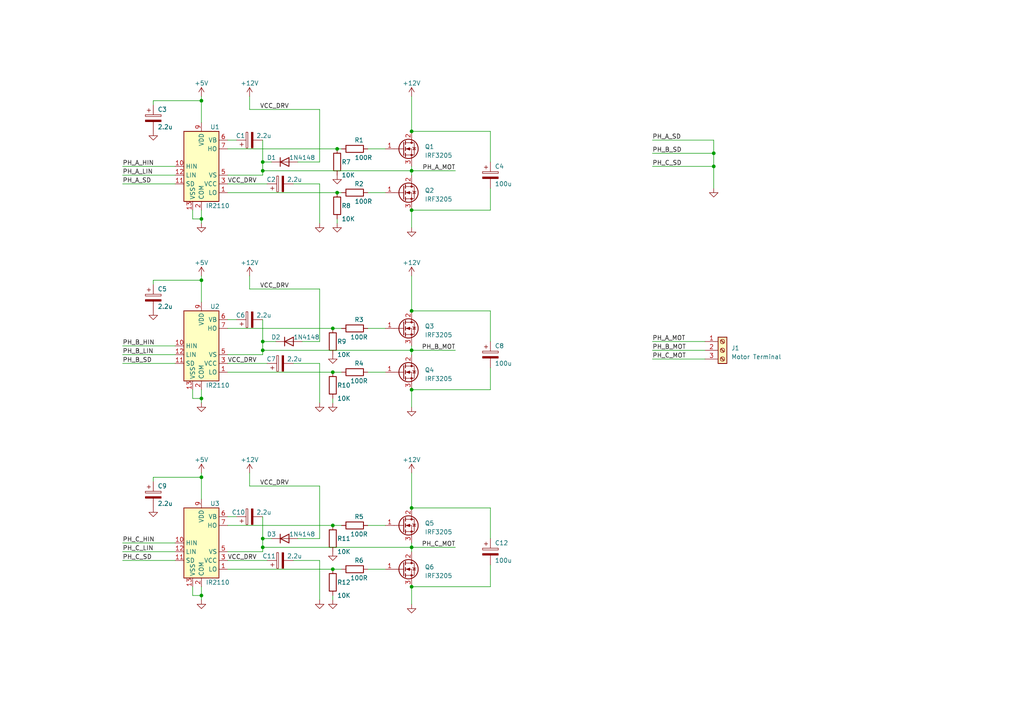
<source format=kicad_sch>
(kicad_sch (version 20230121) (generator eeschema)
  (paper "A4")
  (title_block (title "BLDC ESC: Driver and Bridge Section") (date "2023-11-09") (rev "0.1") (company "JIMS Innovations") (comment 1 "Designed by Jesutofunmi Kupoluyi"))
  (lib_symbols
    (symbol "Connector:Screw_Terminal_01x03" (pin_names (offset 1.016) hide)
      (property "Reference" "J" (at 0 5.08 0))
      (property "Value" "Screw_Terminal_01x03" (at 0 -5.08 0))
      (symbol "Screw_Terminal_01x03_1_1"
        (rectangle (start -1.27 3.81) (end 1.27 -3.81) (stroke (width 0.254)) (fill (type background)))
        (circle (center 0 -2.54) (radius 0.635) (stroke (width 0.1524)))
        (polyline (pts (xy -0.5334 -2.2098) (xy 0.3302 -3.048)) (stroke (width 0.1524)))
        (polyline (pts (xy -0.5334 0.3302) (xy 0.3302 -0.508)) (stroke (width 0.1524)))
        (polyline (pts (xy -0.5334 2.8702) (xy 0.3302 2.032)) (stroke (width 0.1524)))
        (polyline (pts (xy -0.3556 -2.032) (xy 0.508 -2.8702)) (stroke (width 0.1524)))
        (polyline (pts (xy -0.3556 0.508) (xy 0.508 -0.3302)) (stroke (width 0.1524)))
        (polyline (pts (xy -0.3556 3.048) (xy 0.508 2.2098)) (stroke (width 0.1524)))
        (circle (center 0 0) (radius 0.635) (stroke (width 0.1524)))
        (circle (center 0 2.54) (radius 0.635) (stroke (width 0.1524)))
        (pin passive line (at -5.08 2.54 0) (length 3.81) (name "Pin_1") (number "1"))
        (pin passive line (at -5.08 0 0) (length 3.81) (name "Pin_2") (number "2"))
        (pin passive line (at -5.08 -2.54 0) (length 3.81) (name "Pin_3") (number "3"))
      )
    )
    (symbol "Device:C_Polarized" (pin_numbers hide) (pin_names (offset 0.254))
      (property "Reference" "C" (at 0.635 2.54 0))
      (property "Value" "C_Polarized" (at 0.635 -2.54 0))
      (symbol "C_Polarized_0_1"
        (rectangle (start -2.286 0.508) (end 2.286 1.016))
        (polyline (pts (xy -1.778 2.286) (xy -0.762 2.286)))
        (polyline (pts (xy -1.27 2.794) (xy -1.27 1.778)))
        (rectangle (start 2.286 -0.508) (end -2.286 -1.016) (fill (type outline)))
      )
      (symbol "C_Polarized_1_1"
        (pin passive line (at 0 3.81 270) (length 2.794) (name "~") (number "1"))
        (pin passive line (at 0 -3.81 90) (length 2.794) (name "~") (number "2"))
      )
    )
    (symbol "Device:D" (pin_numbers hide) (pin_names (offset 1.016) hide)
      (property "Reference" "D" (at 0 2.54 0))
      (property "Value" "D" (at 0 -2.54 0))
      (symbol "D_0_1"
        (polyline (pts (xy -1.27 1.27) (xy -1.27 -1.27)) (stroke (width 0.254)))
        (polyline (pts (xy 1.27 0) (xy -1.27 0)))
        (polyline (pts (xy 1.27 1.27) (xy 1.27 -1.27) (xy -1.27 0) (xy 1.27 1.27)) (stroke (width 0.254)))
      )
      (symbol "D_1_1"
        (pin passive line (at -3.81 0 0) (length 2.54) (name "K") (number "1"))
        (pin passive line (at 3.81 0 180) (length 2.54) (name "A") (number "2"))
      )
    )
    (symbol "Device:R" (pin_numbers hide) (pin_names (offset 0))
      (property "Reference" "R" (at 2.032 0 90))
      (property "Value" "R" (at 0 0 90))
      (symbol "R_0_1"
        (rectangle (start -1.016 -2.54) (end 1.016 2.54) (stroke (width 0.254)))
      )
      (symbol "R_1_1"
        (pin passive line (at 0 3.81 270) (length 1.27) (name "~") (number "1"))
        (pin passive line (at 0 -3.81 90) (length 1.27) (name "~") (number "2"))
      )
    )
    (symbol "Driver_FET:IR2110"
      (property "Reference" "U" (at 1.27 13.335 0))
      (property "Value" "IR2110" (at 1.27 11.43 0))
      (symbol "IR2110_0_1"
        (rectangle (start -5.08 -10.16) (end 5.08 10.16) (stroke (width 0.254)) (fill (type background)))
      )
      (symbol "IR2110_1_1"
        (pin output line (at 7.62 -7.62 180) (length 2.54) (name "LO") (number "1"))
        (pin input line (at -7.62 0 0) (length 2.54) (name "HIN") (number "10"))
        (pin input line (at -7.62 -5.08 0) (length 2.54) (name "SD") (number "11"))
        (pin input line (at -7.62 -2.54 0) (length 2.54) (name "LIN") (number "12"))
        (pin power_in line (at -2.54 -12.7 90) (length 2.54) (name "VSS") (number "13"))
        (pin no_connect line (at -5.08 2.54 0) (length 2.54) hide (name "NC") (number "14"))
        (pin power_in line (at 0 -12.7 90) (length 2.54) (name "COM") (number "2"))
        (pin power_in line (at 7.62 -5.08 180) (length 2.54) (name "VCC") (number "3"))
        (pin no_connect line (at -5.08 7.62 0) (length 2.54) hide (name "NC") (number "4"))
        (pin passive line (at 7.62 -2.54 180) (length 2.54) (name "VS") (number "5"))
        (pin passive line (at 7.62 7.62 180) (length 2.54) (name "VB") (number "6"))
        (pin output line (at 7.62 5.08 180) (length 2.54) (name "HO") (number "7"))
        (pin no_connect line (at -5.08 5.08 0) (length 2.54) hide (name "NC") (number "8"))
        (pin power_in line (at 0 12.7 270) (length 2.54) (name "VDD") (number "9"))
      )
    )
    (symbol "Transistor_FET:IRF3205" (pin_names hide)
      (property "Reference" "Q" (at 6.35 1.905 0))
      (property "Value" "IRF3205" (at 6.35 0 0))
      (symbol "IRF3205_0_1"
        (polyline (pts (xy 0.254 0) (xy -2.54 0)))
        (polyline (pts (xy 0.254 1.905) (xy 0.254 -1.905)) (stroke (width 0.254)))
        (polyline (pts (xy 0.762 -1.27) (xy 0.762 -2.286)) (stroke (width 0.254)))
        (polyline (pts (xy 0.762 0.508) (xy 0.762 -0.508)) (stroke (width 0.254)))
        (polyline (pts (xy 0.762 2.286) (xy 0.762 1.27)) (stroke (width 0.254)))
        (polyline (pts (xy 2.54 2.54) (xy 2.54 1.778)))
        (polyline (pts (xy 2.54 -2.54) (xy 2.54 0) (xy 0.762 0)))
        (polyline (pts (xy 0.762 -1.778) (xy 3.302 -1.778) (xy 3.302 1.778) (xy 0.762 1.778)))
        (polyline (pts (xy 1.016 0) (xy 2.032 0.381) (xy 2.032 -0.381) (xy 1.016 0)) (fill (type outline)))
        (polyline (pts (xy 2.794 0.508) (xy 2.921 0.381) (xy 3.683 0.381) (xy 3.81 0.254)))
        (polyline (pts (xy 3.302 0.381) (xy 2.921 -0.254) (xy 3.683 -0.254) (xy 3.302 0.381)))
        (circle (center 1.651 0) (radius 2.794) (stroke (width 0.254)))
        (circle (center 2.54 -1.778) (radius 0.254) (fill (type outline)))
        (circle (center 2.54 1.778) (radius 0.254) (fill (type outline)))
      )
      (symbol "IRF3205_1_1"
        (pin input line (at -5.08 0 0) (length 2.54) (name "G") (number "1"))
        (pin passive line (at 2.54 5.08 270) (length 2.54) (name "D") (number "2"))
        (pin passive line (at 2.54 -5.08 90) (length 2.54) (name "S") (number "3"))
      )
    )
    (symbol "power:+12V" (power) (pin_names (offset 0))
      (property "Value" "+12V" (at 0 3.556 0))
      (symbol "+12V_0_1"
        (polyline (pts (xy -0.762 1.27) (xy 0 2.54)))
        (polyline (pts (xy 0 0) (xy 0 2.54)))
        (polyline (pts (xy 0 2.54) (xy 0.762 1.27)))
      )
      (symbol "+12V_1_1"
        (pin power_in line (at 0 0 90) (length 0) hide (name "+12V") (number "1"))
      )
    )
    (symbol "power:+5V" (power) (pin_names (offset 0))
      (property "Value" "+5V" (at 0 3.556 0))
      (symbol "+5V_0_1"
        (polyline (pts (xy -0.762 1.27) (xy 0 2.54)))
        (polyline (pts (xy 0 0) (xy 0 2.54)))
        (polyline (pts (xy 0 2.54) (xy 0.762 1.27)))
      )
      (symbol "+5V_1_1"
        (pin power_in line (at 0 0 90) (length 0) hide (name "+5V") (number "1"))
      )
    )
    (symbol "power:GND" (power) (pin_names (offset 0))
      (property "Value" "GND" (at 0 -3.81 0))
      (symbol "GND_0_1"
        (polyline (pts (xy 0 0) (xy 0 -1.27) (xy 1.27 -1.27) (xy 0 -2.54) (xy -1.27 -1.27) (xy 0 -1.27)))
      )
      (symbol "GND_1_1"
        (pin power_in line (at 0 0 270) (length 0) hide (name "GND") (number "1"))
      )
    )
  )
  (junction (at 76.2 46.99))
  (junction (at 119.38 49.53))
  (junction (at 76.2 99.06))
  (junction (at 119.38 113.03))
  (junction (at 58.42 172.72))
  (junction (at 97.79 55.88))
  (junction (at 207.01 44.45))
  (junction (at 76.2 49.53))
  (junction (at 58.42 115.57))
  (junction (at 119.38 60.96))
  (junction (at 58.42 63.5))
  (junction (at 96.52 95.25))
  (junction (at 76.2 156.21))
  (junction (at 119.38 147.32))
  (junction (at 96.52 165.1))
  (junction (at 97.79 43.18))
  (junction (at 119.38 170.18))
  (junction (at 96.52 152.4))
  (junction (at 207.01 48.26))
  (junction (at 58.42 81.28))
  (junction (at 58.42 29.21))
  (junction (at 76.2 158.75))
  (junction (at 58.42 138.43))
  (junction (at 76.2 101.6))
  (junction (at 119.38 38.1))
  (junction (at 119.38 90.17))
  (junction (at 96.52 107.95))
  (junction (at 119.38 101.6))
  (junction (at 119.38 158.75))
  (wire (pts (xy 44.45 82.55) (xy 44.45 81.28)))
  (wire (pts (xy 119.38 80.01) (xy 119.38 90.17)))
  (wire (pts (xy 66.04 40.64) (xy 68.58 40.64)))
  (wire (pts (xy 92.71 46.99) (xy 86.36 46.99)))
  (wire (pts (xy 55.88 60.96) (xy 55.88 63.5)))
  (wire (pts (xy 106.68 152.4) (xy 111.76 152.4)))
  (wire (pts (xy 85.09 162.56) (xy 92.71 162.56)))
  (wire (pts (xy 35.56 48.26) (xy 50.8 48.26)))
  (wire (pts (xy 44.45 138.43) (xy 58.42 138.43)))
  (wire (pts (xy 106.68 107.95) (xy 111.76 107.95)))
  (wire (pts (xy 66.04 92.71) (xy 68.58 92.71)))
  (wire (pts (xy 119.38 101.6) (xy 132.08 101.6)))
  (wire (pts (xy 76.2 49.53) (xy 119.38 49.53)))
  (wire (pts (xy 76.2 101.6) (xy 119.38 101.6)))
  (wire (pts (xy 72.39 80.01) (xy 72.39 83.82)))
  (wire (pts (xy 119.38 38.1) (xy 142.24 38.1)))
  (wire (pts (xy 55.88 113.03) (xy 55.88 115.57)))
  (wire (pts (xy 58.42 29.21) (xy 58.42 35.56)))
  (wire (pts (xy 119.38 157.48) (xy 119.38 158.75)))
  (wire (pts (xy 35.56 102.87) (xy 50.8 102.87)))
  (wire (pts (xy 92.71 105.41) (xy 92.71 116.84)))
  (wire (pts (xy 76.2 46.99) (xy 78.74 46.99)))
  (wire (pts (xy 55.88 172.72) (xy 58.42 172.72)))
  (wire (pts (xy 142.24 170.18) (xy 142.24 163.83)))
  (wire (pts (xy 76.2 99.06) (xy 76.2 101.6)))
  (wire (pts (xy 96.52 116.84) (xy 96.52 115.57)))
  (wire (pts (xy 58.42 60.96) (xy 58.42 63.5)))
  (wire (pts (xy 119.38 158.75) (xy 119.38 160.02)))
  (wire (pts (xy 119.38 147.32) (xy 142.24 147.32)))
  (wire (pts (xy 92.71 46.99) (xy 92.71 31.75)))
  (wire (pts (xy 189.23 101.6) (xy 204.47 101.6)))
  (wire (pts (xy 119.38 60.96) (xy 119.38 66.04)))
  (wire (pts (xy 142.24 90.17) (xy 142.24 99.06)))
  (wire (pts (xy 66.04 165.1) (xy 96.52 165.1)))
  (wire (pts (xy 96.52 152.4) (xy 99.06 152.4)))
  (wire (pts (xy 189.23 48.26) (xy 207.01 48.26)))
  (wire (pts (xy 72.39 27.94) (xy 72.39 31.75)))
  (wire (pts (xy 35.56 160.02) (xy 50.8 160.02)))
  (wire (pts (xy 189.23 104.14) (xy 204.47 104.14)))
  (wire (pts (xy 106.68 55.88) (xy 111.76 55.88)))
  (wire (pts (xy 119.38 90.17) (xy 142.24 90.17)))
  (wire (pts (xy 55.88 115.57) (xy 58.42 115.57)))
  (wire (pts (xy 76.2 156.21) (xy 76.2 158.75)))
  (wire (pts (xy 119.38 27.94) (xy 119.38 38.1)))
  (wire (pts (xy 97.79 55.88) (xy 99.06 55.88)))
  (wire (pts (xy 85.09 105.41) (xy 92.71 105.41)))
  (wire (pts (xy 119.38 170.18) (xy 142.24 170.18)))
  (wire (pts (xy 76.2 92.71) (xy 76.2 99.06)))
  (wire (pts (xy 58.42 115.57) (xy 58.42 116.84)))
  (wire (pts (xy 92.71 99.06) (xy 87.63 99.06)))
  (wire (pts (xy 76.2 40.64) (xy 76.2 46.99)))
  (wire (pts (xy 66.04 149.86) (xy 68.58 149.86)))
  (wire (pts (xy 119.38 113.03) (xy 119.38 118.11)))
  (wire (pts (xy 207.01 48.26) (xy 207.01 54.61)))
  (wire (pts (xy 142.24 38.1) (xy 142.24 46.99)))
  (wire (pts (xy 76.2 99.06) (xy 80.01 99.06)))
  (wire (pts (xy 44.45 30.48) (xy 44.45 29.21)))
  (wire (pts (xy 142.24 147.32) (xy 142.24 156.21)))
  (wire (pts (xy 106.68 165.1) (xy 111.76 165.1)))
  (wire (pts (xy 35.56 162.56) (xy 50.8 162.56)))
  (wire (pts (xy 66.04 53.34) (xy 77.47 53.34)))
  (wire (pts (xy 119.38 49.53) (xy 119.38 50.8)))
  (wire (pts (xy 66.04 55.88) (xy 97.79 55.88)))
  (wire (pts (xy 97.79 43.18) (xy 99.06 43.18)))
  (wire (pts (xy 92.71 156.21) (xy 86.36 156.21)))
  (wire (pts (xy 76.2 50.8) (xy 66.04 50.8)))
  (wire (pts (xy 119.38 48.26) (xy 119.38 49.53)))
  (wire (pts (xy 207.01 44.45) (xy 207.01 48.26)))
  (wire (pts (xy 35.56 50.8) (xy 50.8 50.8)))
  (wire (pts (xy 96.52 165.1) (xy 99.06 165.1)))
  (wire (pts (xy 119.38 101.6) (xy 119.38 102.87)))
  (wire (pts (xy 119.38 100.33) (xy 119.38 101.6)))
  (wire (pts (xy 106.68 95.25) (xy 111.76 95.25)))
  (wire (pts (xy 189.23 44.45) (xy 207.01 44.45)))
  (wire (pts (xy 119.38 113.03) (xy 142.24 113.03)))
  (wire (pts (xy 97.79 64.77) (xy 97.79 63.5)))
  (wire (pts (xy 35.56 157.48) (xy 50.8 157.48)))
  (wire (pts (xy 119.38 60.96) (xy 142.24 60.96)))
  (wire (pts (xy 92.71 53.34) (xy 92.71 64.77)))
  (wire (pts (xy 76.2 160.02) (xy 66.04 160.02)))
  (wire (pts (xy 189.23 99.06) (xy 204.47 99.06)))
  (wire (pts (xy 66.04 107.95) (xy 96.52 107.95)))
  (wire (pts (xy 119.38 49.53) (xy 132.08 49.53)))
  (wire (pts (xy 96.52 95.25) (xy 99.06 95.25)))
  (wire (pts (xy 78.74 156.21) (xy 76.2 156.21)))
  (wire (pts (xy 58.42 63.5) (xy 58.42 64.77)))
  (wire (pts (xy 76.2 158.75) (xy 76.2 160.02)))
  (wire (pts (xy 119.38 158.75) (xy 132.08 158.75)))
  (wire (pts (xy 66.04 95.25) (xy 96.52 95.25)))
  (wire (pts (xy 58.42 27.94) (xy 58.42 29.21)))
  (wire (pts (xy 44.45 139.7) (xy 44.45 138.43)))
  (wire (pts (xy 72.39 83.82) (xy 92.71 83.82)))
  (wire (pts (xy 55.88 170.18) (xy 55.88 172.72)))
  (wire (pts (xy 44.45 81.28) (xy 58.42 81.28)))
  (wire (pts (xy 35.56 105.41) (xy 50.8 105.41)))
  (wire (pts (xy 58.42 172.72) (xy 58.42 173.99)))
  (wire (pts (xy 58.42 170.18) (xy 58.42 172.72)))
  (wire (pts (xy 66.04 162.56) (xy 77.47 162.56)))
  (wire (pts (xy 92.71 156.21) (xy 92.71 140.97)))
  (wire (pts (xy 66.04 152.4) (xy 96.52 152.4)))
  (wire (pts (xy 142.24 60.96) (xy 142.24 54.61)))
  (wire (pts (xy 72.39 31.75) (xy 92.71 31.75)))
  (wire (pts (xy 142.24 113.03) (xy 142.24 106.68)))
  (wire (pts (xy 96.52 107.95) (xy 99.06 107.95)))
  (wire (pts (xy 119.38 170.18) (xy 119.38 175.26)))
  (wire (pts (xy 96.52 173.99) (xy 96.52 172.72)))
  (wire (pts (xy 44.45 29.21) (xy 58.42 29.21)))
  (wire (pts (xy 58.42 113.03) (xy 58.42 115.57)))
  (wire (pts (xy 72.39 140.97) (xy 92.71 140.97)))
  (wire (pts (xy 66.04 43.18) (xy 97.79 43.18)))
  (wire (pts (xy 35.56 100.33) (xy 50.8 100.33)))
  (wire (pts (xy 58.42 137.16) (xy 58.42 138.43)))
  (wire (pts (xy 58.42 80.01) (xy 58.42 81.28)))
  (wire (pts (xy 76.2 46.99) (xy 76.2 49.53)))
  (wire (pts (xy 66.04 105.41) (xy 77.47 105.41)))
  (wire (pts (xy 76.2 101.6) (xy 76.2 102.87)))
  (wire (pts (xy 58.42 81.28) (xy 58.42 87.63)))
  (wire (pts (xy 189.23 40.64) (xy 207.01 40.64)))
  (wire (pts (xy 207.01 40.64) (xy 207.01 44.45)))
  (wire (pts (xy 92.71 162.56) (xy 92.71 173.99)))
  (wire (pts (xy 76.2 149.86) (xy 76.2 156.21)))
  (wire (pts (xy 35.56 53.34) (xy 50.8 53.34)))
  (wire (pts (xy 106.68 43.18) (xy 111.76 43.18)))
  (wire (pts (xy 76.2 102.87) (xy 66.04 102.87)))
  (wire (pts (xy 72.39 137.16) (xy 72.39 140.97)))
  (wire (pts (xy 92.71 99.06) (xy 92.71 83.82)))
  (wire (pts (xy 55.88 63.5) (xy 58.42 63.5)))
  (wire (pts (xy 85.09 53.34) (xy 92.71 53.34)))
  (wire (pts (xy 76.2 158.75) (xy 119.38 158.75)))
  (wire (pts (xy 76.2 49.53) (xy 76.2 50.8)))
  (wire (pts (xy 119.38 137.16) (xy 119.38 147.32)))
  (wire (pts (xy 58.42 138.43) (xy 58.42 144.78)))
  (label "VCC_DRV" (at 83.82 140.97 180))
  (label "PH_C_SD" (at 189.23 48.26 0))
  (label "PH_A_SD" (at 35.56 53.34 0))
  (label "VCC_DRV" (at 66.04 53.34 0))
  (label "PH_B_SD" (at 189.23 44.45 0))
  (label "PH_C_MOT" (at 189.23 104.14 0))
  (label "PH_B_SD" (at 35.56 105.41 0))
  (label "PH_C_SD" (at 35.56 162.56 0))
  (label "PH_B_MOT" (at 189.23 101.6 0))
  (label "PH_B_LIN" (at 35.56 102.87 0))
  (label "PH_A_LIN" (at 35.56 50.8 0))
  (label "VCC_DRV" (at 66.04 105.41 0))
  (label "PH_A_SD" (at 189.23 40.64 0))
  (label "VCC_DRV" (at 66.04 162.56 0))
  (label "PH_C_MOT" (at 132.08 158.75 180))
  (label "PH_A_MOT" (at 132.08 49.53 180))
  (label "PH_A_MOT" (at 189.23 99.06 0))
  (label "PH_C_LIN" (at 35.56 160.02 0))
  (label "VCC_DRV" (at 83.82 83.82 180))
  (label "PH_B_MOT" (at 132.08 101.6 180))
  (label "PH_A_HIN" (at 35.56 48.26 0))
  (label "PH_C_HIN" (at 35.56 157.48 0))
  (label "VCC_DRV" (at 83.82 31.75 180))
  (label "PH_B_HIN" (at 35.56 100.33 0))
  (symbol (lib_id "Device:R") (at 96.52 111.76 180) (unit 1)
    (property "Reference" "R10" (at 97.79 111.76 0) (effects (justify right)))
    (property "Value" "10K" (at 97.79 115.57 0) (effects (justify right)))
    (property "Footprint" "Resistor_THT:R_Axial_DIN0207_L6.3mm_D2.5mm_P10.16mm_Horizontal" (effects hide))
    (instances (project "BLDC ESC" (path "" (reference "R10") (unit 1)) (path "" (reference "R2") (unit 1))))
  )
  (symbol (lib_id "Driver_FET:IR2110") (at 58.42 100.33 0) (unit 1)
    (property "Reference" "U2" (at 60.96 88.9 0) (effects (justify left)))
    (property "Value" "IR2110" (at 59.69 111.76 0) (effects (justify left)))
    (property "Footprint" "Package_DIP:DIP-14_W7.62mm" (effects hide))
    (property "Datasheet" "https://www.infineon.com/dgdl/ir2110.pdf?fileId=5546d462533600a4015355c80333167e" (effects hide))
  )
  (symbol (lib_id "Transistor_FET:IRF3205") (at 116.84 165.1 0) (unit 1)
    (property "Reference" "Q6" (at 123.19 164.465 0) (effects (justify left)))
    (property "Value" "IRF3205" (at 123.19 167.005 0) (effects (justify left)))
    (property "Footprint" "Package_TO_SOT_THT:TO-220-3_Horizontal_TabDown" (effects hide))
    (property "Datasheet" "http://www.irf.com/product-info/datasheets/data/irf3205.pdf" (effects hide))
  )
  (symbol (lib_id "Device:C_Polarized") (at 44.45 143.51 0) (unit 1)
    (property "Reference" "C9" (at 45.72 140.97 0) (effects (justify left)))
    (property "Value" "2.2u" (at 45.72 146.05 0) (effects (justify left)))
    (property "Footprint" "Capacitor_THT:CP_Radial_D5.0mm_P2.00mm" (effects hide))
    (instances (project "BLDC ESC" (path "" (reference "C9") (unit 1)) (path "" (reference "C3") (unit 1))))
  )
  (symbol (lib_id "power:GND") (at 44.45 90.17 0) (unit 1)
    (property "Reference" "#PWR06" (effects hide))
    (property "Value" "GND" (effects hide))
    (instances (project "BLDC ESC" (path "" (reference "#PWR06") (unit 1)) (path "" (reference "#PWR02") (unit 1))))
  )
  (symbol (lib_id "Device:R") (at 97.79 46.99 180) (unit 1)
    (property "Reference" "R7" (at 99.06 46.99 0) (effects (justify right)))
    (property "Value" "10K" (at 99.06 50.8 0) (effects (justify right)))
    (property "Footprint" "Resistor_THT:R_Axial_DIN0207_L6.3mm_D2.5mm_P10.16mm_Horizontal" (effects hide))
    (instances (project "BLDC ESC" (path "" (reference "R7") (unit 1)) (path "" (reference "R5") (unit 1))))
  )
  (symbol (lib_id "Device:C_Polarized") (at 142.24 102.87 0) (unit 1)
    (property "Reference" "C8" (at 143.51 100.33 0) (effects (justify left)))
    (property "Value" "100u" (at 143.51 105.41 0) (effects (justify left)))
    (property "Footprint" "Capacitor_THT:CP_Radial_D10.0mm_P5.00mm" (effects hide))
    (instances (project "BLDC ESC" (path "" (reference "C8") (unit 1)) (path "" (reference "C11") (unit 1))))
  )
  (symbol (lib_id "Transistor_FET:IRF3205") (at 116.84 43.18 0) (unit 1)
    (property "Reference" "Q1" (at 123.19 42.545 0) (effects (justify left)))
    (property "Value" "IRF3205" (at 123.19 45.085 0) (effects (justify left)))
    (property "Footprint" "Package_TO_SOT_THT:TO-220-3_Horizontal_TabDown" (effects hide))
    (property "Datasheet" "http://www.irf.com/product-info/datasheets/data/irf3205.pdf" (effects hide))
  )
  (symbol (lib_id "Device:R") (at 102.87 152.4 90) (unit 1)
    (property "Reference" "R5" (at 104.14 149.86 90))
    (property "Value" "100R" (at 104.14 154.94 90))
    (property "Footprint" "Resistor_THT:R_Axial_DIN0207_L6.3mm_D2.5mm_P10.16mm_Horizontal" (effects hide))
    (instances (project "BLDC ESC" (path "" (reference "R5") (unit 1)) (path "" (reference "R11") (unit 1))))
  )
  (symbol (lib_id "power:+12V") (at 72.39 137.16 0) (unit 1)
    (property "Reference" "#PWR014" (effects hide))
    (property "Value" "+12V" (at 72.39 133.35 0))
    (instances (project "BLDC ESC" (path "" (reference "#PWR014") (unit 1)) (path "" (reference "#PWR013") (unit 1))))
  )
  (symbol (lib_id "power:+12V") (at 119.38 80.01 0) (unit 1)
    (property "Reference" "#PWR023" (effects hide))
    (property "Value" "+12V" (at 119.38 76.2 0))
    (instances (project "BLDC ESC" (path "" (reference "#PWR023") (unit 1)) (path "" (reference "#PWR025") (unit 1))))
  )
  (symbol (lib_id "power:+5V") (at 58.42 27.94 0) (unit 1)
    (property "Reference" "#PWR01" (effects hide))
    (property "Value" "+5V" (at 58.42 24.13 0))
    (instances (project "BLDC ESC" (path "" (reference "#PWR01") (unit 1)) (path "" (reference "#PWR05") (unit 1))))
  )
  (symbol (lib_id "Connector:Screw_Terminal_01x03") (at 209.55 101.6 0) (unit 1)
    (property "Reference" "J1" (at 212.09 100.965 0) (effects (justify left)))
    (property "Value" "Motor Terminal" (at 212.09 103.505 0) (effects (justify left)))
    (property "Footprint" "TerminalBlock_Altech:Altech_AK300_1x03_P5.00mm_45-Degree" (effects hide))
  )
  (symbol (lib_id "Device:C_Polarized") (at 142.24 50.8 0) (unit 1)
    (property "Reference" "C4" (at 143.51 48.26 0) (effects (justify left)))
    (property "Value" "100u" (at 143.51 53.34 0) (effects (justify left)))
    (property "Footprint" "Capacitor_THT:CP_Radial_D10.0mm_P5.00mm" (effects hide))
    (instances (project "BLDC ESC" (path "" (reference "C4") (unit 1)) (path "" (reference "C10") (unit 1))))
  )
  (symbol (lib_id "Device:C_Polarized") (at 44.45 34.29 0) (unit 1)
    (property "Reference" "C3" (at 45.72 31.75 0) (effects (justify left)))
    (property "Value" "2.2u" (at 45.72 36.83 0) (effects (justify left)))
    (property "Footprint" "Capacitor_THT:CP_Radial_D5.0mm_P2.00mm" (effects hide))
    (instances (project "BLDC ESC" (path "" (reference "C3") (unit 1)) (path "" (reference "C1") (unit 1))))
  )
  (symbol (lib_id "power:+12V") (at 72.39 80.01 0) (unit 1)
    (property "Reference" "#PWR09" (effects hide))
    (property "Value" "+12V" (at 72.39 76.2 0))
    (instances (project "BLDC ESC" (path "" (reference "#PWR09") (unit 1)) (path "" (reference "#PWR012") (unit 1))))
  )
  (symbol (lib_id "Device:C_Polarized") (at 72.39 40.64 90) (unit 1)
    (property "Reference" "C1" (at 71.12 39.37 90) (effects (justify left)))
    (property "Value" "2.2u" (at 78.74 39.37 90) (effects (justify left)))
    (property "Footprint" "Capacitor_THT:CP_Radial_D5.0mm_P2.00mm" (effects hide))
    (instances (project "BLDC ESC" (path "" (reference "C1") (unit 1)) (path "" (reference "C4") (unit 1))))
  )
  (symbol (lib_id "Transistor_FET:IRF3205") (at 116.84 107.95 0) (unit 1)
    (property "Reference" "Q4" (at 123.19 107.315 0) (effects (justify left)))
    (property "Value" "IRF3205" (at 123.19 109.855 0) (effects (justify left)))
    (property "Footprint" "Package_TO_SOT_THT:TO-220-3_Horizontal_TabDown" (effects hide))
    (property "Datasheet" "http://www.irf.com/product-info/datasheets/data/irf3205.pdf" (effects hide))
  )
  (symbol (lib_id "power:GND") (at 96.52 102.87 0) (unit 1)
    (property "Reference" "#PWR018" (effects hide))
    (property "Value" "GND" (effects hide))
    (instances (project "BLDC ESC" (path "" (reference "#PWR018") (unit 1)) (path "" (reference "#PWR017") (unit 1))))
  )
  (symbol (lib_id "Device:C_Polarized") (at 81.28 162.56 90) (unit 1)
    (property "Reference" "C11" (at 80.01 161.29 90) (effects (justify left)))
    (property "Value" "2.2u" (at 87.63 161.29 90) (effects (justify left)))
    (property "Footprint" "Capacitor_THT:CP_Radial_D5.0mm_P2.00mm" (effects hide))
    (instances (project "BLDC ESC" (path "" (reference "C11") (unit 1)) (path "" (reference "C9") (unit 1))))
  )
  (symbol (lib_id "power:GND") (at 92.71 64.77 0) (unit 1)
    (property "Reference" "#PWR03" (effects hide))
    (property "Value" "GND" (effects hide))
    (instances (project "BLDC ESC" (path "" (reference "#PWR03") (unit 1)) (path "" (reference "#PWR014") (unit 1))))
  )
  (symbol (lib_id "Device:R") (at 97.79 59.69 180) (unit 1)
    (property "Reference" "R8" (at 99.06 59.69 0) (effects (justify right)))
    (property "Value" "10K" (at 99.06 63.5 0) (effects (justify right)))
    (property "Footprint" "Resistor_THT:R_Axial_DIN0207_L6.3mm_D2.5mm_P10.16mm_Horizontal" (effects hide))
    (instances (project "BLDC ESC" (path "" (reference "R8") (unit 1)) (path "" (reference "R6") (unit 1))))
  )
  (symbol (lib_id "power:GND") (at 119.38 66.04 0) (unit 1)
    (property "Reference" "#PWR025" (effects hide))
    (property "Value" "GND" (effects hide))
    (instances (project "BLDC ESC" (path "" (reference "#PWR025") (unit 1)) (path "" (reference "#PWR024") (unit 1))))
  )
  (symbol (lib_id "power:GND") (at 58.42 173.99 0) (unit 1)
    (property "Reference" "#PWR013" (effects hide))
    (property "Value" "GND" (effects hide))
    (instances (project "BLDC ESC" (path "" (reference "#PWR013") (unit 1)) (path "" (reference "#PWR010") (unit 1))))
  )
  (symbol (lib_id "power:GND") (at 119.38 118.11 0) (unit 1)
    (property "Reference" "#PWR022" (effects hide))
    (property "Value" "GND" (effects hide))
    (instances (project "BLDC ESC" (path "" (reference "#PWR022") (unit 1)) (path "" (reference "#PWR026") (unit 1))))
  )
  (symbol (lib_id "Device:C_Polarized") (at 142.24 160.02 0) (unit 1)
    (property "Reference" "C12" (at 143.51 157.48 0) (effects (justify left)))
    (property "Value" "100u" (at 143.51 162.56 0) (effects (justify left)))
    (property "Footprint" "Capacitor_THT:CP_Radial_D10.0mm_P5.00mm" (effects hide))
  )
  (symbol (lib_id "Device:R") (at 102.87 165.1 90) (unit 1)
    (property "Reference" "R6" (at 104.14 162.56 90))
    (property "Value" "100R" (at 104.14 167.64 90))
    (property "Footprint" "Resistor_THT:R_Axial_DIN0207_L6.3mm_D2.5mm_P10.16mm_Horizontal" (effects hide))
    (instances (project "BLDC ESC" (path "" (reference "R6") (unit 1)) (path "" (reference "R12") (unit 1))))
  )
  (symbol (lib_id "Device:D") (at 82.55 46.99 0) (unit 1)
    (property "Reference" "D1" (at 78.74 45.72 0))
    (property "Value" "1N4148" (at 87.63 45.72 0))
    (property "Footprint" "Diode_THT:D_A-405_P10.16mm_Horizontal" (effects hide))
    (property "Sim.Device" "D" (effects hide))
    (property "Sim.Pins" "1=K 2=A" (effects hide))
  )
  (symbol (lib_id "power:GND") (at 96.52 116.84 0) (unit 1)
    (property "Reference" "#PWR019" (effects hide))
    (property "Value" "GND" (effects hide))
    (instances (project "BLDC ESC" (path "" (reference "#PWR019") (unit 1)) (path "" (reference "#PWR018") (unit 1))))
  )
  (symbol (lib_id "Device:R") (at 102.87 43.18 90) (unit 1)
    (property "Reference" "R1" (at 104.14 40.64 90))
    (property "Value" "100R" (at 105.41 45.72 90))
    (property "Footprint" "Resistor_THT:R_Axial_DIN0207_L6.3mm_D2.5mm_P10.16mm_Horizontal" (effects hide))
    (instances (project "BLDC ESC" (path "" (reference "R1") (unit 1)) (path "" (reference "R7") (unit 1))))
  )
  (symbol (lib_id "Device:R") (at 96.52 156.21 180) (unit 1)
    (property "Reference" "R11" (at 97.79 156.21 0) (effects (justify right)))
    (property "Value" "10K" (at 97.79 160.02 0) (effects (justify right)))
    (property "Footprint" "Resistor_THT:R_Axial_DIN0207_L6.3mm_D2.5mm_P10.16mm_Horizontal" (effects hide))
    (instances (project "BLDC ESC" (path "" (reference "R11") (unit 1)) (path "" (reference "R3") (unit 1))))
  )
  (symbol (lib_id "Device:R") (at 96.52 168.91 180) (unit 1)
    (property "Reference" "R12" (at 97.79 168.91 0) (effects (justify right)))
    (property "Value" "10K" (at 97.79 172.72 0) (effects (justify right)))
    (property "Footprint" "Resistor_THT:R_Axial_DIN0207_L6.3mm_D2.5mm_P10.16mm_Horizontal" (effects hide))
    (instances (project "BLDC ESC" (path "" (reference "R12") (unit 1)) (path "" (reference "R4") (unit 1))))
  )
  (symbol (lib_id "power:+5V") (at 58.42 137.16 0) (unit 1)
    (property "Reference" "#PWR012" (effects hide))
    (property "Value" "+5V" (at 58.42 133.35 0))
    (instances (project "BLDC ESC" (path "" (reference "#PWR012") (unit 1)) (path "" (reference "#PWR09") (unit 1))))
  )
  (symbol (lib_id "Device:R") (at 102.87 55.88 90) (unit 1)
    (property "Reference" "R2" (at 104.14 53.34 90))
    (property "Value" "100R" (at 105.41 58.42 90))
    (property "Footprint" "Resistor_THT:R_Axial_DIN0207_L6.3mm_D2.5mm_P10.16mm_Horizontal" (effects hide))
    (instances (project "BLDC ESC" (path "" (reference "R2") (unit 1)) (path "" (reference "R8") (unit 1))))
  )
  (symbol (lib_id "power:GND") (at 207.01 54.61 0) (unit 1)
    (property "Reference" "#PWR032" (effects hide))
    (property "Value" "GND" (effects hide))
    (instances (project "BLDC ESC" (path "" (reference "#PWR032") (unit 1)) (path "" (reference "#PWR04") (unit 1))))
  )
  (symbol (lib_id "power:+5V") (at 58.42 80.01 0) (unit 1)
    (property "Reference" "#PWR07" (effects hide))
    (property "Value" "+5V" (at 58.42 76.2 0))
  )
  (symbol (lib_id "power:GND") (at 58.42 64.77 0) (unit 1)
    (property "Reference" "#PWR02" (effects hide))
    (property "Value" "GND" (effects hide))
    (instances (project "BLDC ESC" (path "" (reference "#PWR02") (unit 1)) (path "" (reference "#PWR06") (unit 1))))
  )
  (symbol (lib_id "Device:C_Polarized") (at 72.39 149.86 90) (unit 1)
    (property "Reference" "C10" (at 71.12 148.59 90) (effects (justify left)))
    (property "Value" "2.2u" (at 78.74 148.59 90) (effects (justify left)))
    (property "Footprint" "Capacitor_THT:CP_Radial_D5.0mm_P2.00mm" (effects hide))
    (instances (project "BLDC ESC" (path "" (reference "C10") (unit 1)) (path "" (reference "C6") (unit 1))))
  )
  (symbol (lib_id "Transistor_FET:IRF3205") (at 116.84 95.25 0) (unit 1)
    (property "Reference" "Q3" (at 123.19 94.615 0) (effects (justify left)))
    (property "Value" "IRF3205" (at 123.19 97.155 0) (effects (justify left)))
    (property "Footprint" "Package_TO_SOT_THT:TO-220-3_Horizontal_TabDown" (effects hide))
    (property "Datasheet" "http://www.irf.com/product-info/datasheets/data/irf3205.pdf" (effects hide))
  )
  (symbol (lib_id "Device:D") (at 82.55 156.21 0) (unit 1)
    (property "Reference" "D3" (at 78.74 154.94 0))
    (property "Value" "1N4148" (at 87.63 154.94 0))
    (property "Footprint" "Diode_THT:D_A-405_P10.16mm_Horizontal" (effects hide))
    (property "Sim.Device" "D" (effects hide))
    (property "Sim.Pins" "1=K 2=A" (effects hide))
    (instances (project "BLDC ESC" (path "" (reference "D3") (unit 1)) (path "" (reference "D2") (unit 1))))
  )
  (symbol (lib_id "Device:C_Polarized") (at 44.45 86.36 0) (unit 1)
    (property "Reference" "C5" (at 45.72 83.82 0) (effects (justify left)))
    (property "Value" "2.2u" (at 45.72 88.9 0) (effects (justify left)))
    (property "Footprint" "Capacitor_THT:CP_Radial_D5.0mm_P2.00mm" (effects hide))
    (instances (project "BLDC ESC" (path "" (reference "C5") (unit 1)) (path "" (reference "C2") (unit 1))))
  )
  (symbol (lib_id "Driver_FET:IR2110") (at 58.42 157.48 0) (unit 1)
    (property "Reference" "U3" (at 60.96 146.05 0) (effects (justify left)))
    (property "Value" "IR2110" (at 59.69 168.91 0) (effects (justify left)))
    (property "Footprint" "Package_DIP:DIP-14_W7.62mm" (effects hide))
    (property "Datasheet" "https://www.infineon.com/dgdl/ir2110.pdf?fileId=5546d462533600a4015355c80333167e" (effects hide))
  )
  (symbol (lib_id "power:GND") (at 97.79 50.8 0) (unit 1)
    (property "Reference" "#PWR016" (effects hide))
    (property "Value" "GND" (effects hide))
    (instances (project "BLDC ESC" (path "" (reference "#PWR016") (unit 1)) (path "" (reference "#PWR021") (unit 1))))
  )
  (symbol (lib_id "power:+12V") (at 119.38 137.16 0) (unit 1)
    (property "Reference" "#PWR026" (effects hide))
    (property "Value" "+12V" (at 119.38 133.35 0))
    (instances (project "BLDC ESC" (path "" (reference "#PWR026") (unit 1)) (path "" (reference "#PWR027") (unit 1))))
  )
  (symbol (lib_id "Device:R") (at 102.87 107.95 90) (unit 1)
    (property "Reference" "R4" (at 104.14 105.41 90))
    (property "Value" "100R" (at 104.14 110.49 90))
    (property "Footprint" "Resistor_THT:R_Axial_DIN0207_L6.3mm_D2.5mm_P10.16mm_Horizontal" (effects hide))
    (instances (project "BLDC ESC" (path "" (reference "R4") (unit 1)) (path "" (reference "R10") (unit 1))))
  )
  (symbol (lib_id "power:+12V") (at 119.38 27.94 0) (unit 1)
    (property "Reference" "#PWR024" (effects hide))
    (property "Value" "+12V" (at 119.38 24.13 0))
    (instances (project "BLDC ESC" (path "" (reference "#PWR024") (unit 1)) (path "" (reference "#PWR023") (unit 1))))
  )
  (symbol (lib_id "power:GND") (at 58.42 116.84 0) (unit 1)
    (property "Reference" "#PWR08" (effects hide))
    (property "Value" "GND" (effects hide))
  )
  (symbol (lib_id "Transistor_FET:IRF3205") (at 116.84 152.4 0) (unit 1)
    (property "Reference" "Q5" (at 123.19 151.765 0) (effects (justify left)))
    (property "Value" "IRF3205" (at 123.19 154.305 0) (effects (justify left)))
    (property "Footprint" "Package_TO_SOT_THT:TO-220-3_Horizontal_TabDown" (effects hide))
    (property "Datasheet" "http://www.irf.com/product-info/datasheets/data/irf3205.pdf" (effects hide))
  )
  (symbol (lib_id "power:GND") (at 92.71 116.84 0) (unit 1)
    (property "Reference" "#PWR010" (effects hide))
    (property "Value" "GND" (effects hide))
    (instances (project "BLDC ESC" (path "" (reference "#PWR010") (unit 1)) (path "" (reference "#PWR015") (unit 1))))
  )
  (symbol (lib_id "power:GND") (at 119.38 175.26 0) (unit 1)
    (property "Reference" "#PWR027" (effects hide))
    (property "Value" "GND" (effects hide))
    (instances (project "BLDC ESC" (path "" (reference "#PWR027") (unit 1)) (path "" (reference "#PWR032") (unit 1))))
  )
  (symbol (lib_id "power:GND") (at 96.52 160.02 0) (unit 1)
    (property "Reference" "#PWR020" (effects hide))
    (property "Value" "GND" (effects hide))
    (instances (project "BLDC ESC" (path "" (reference "#PWR020") (unit 1)) (path "" (reference "#PWR019") (unit 1))))
  )
  (symbol (lib_id "Device:R") (at 102.87 95.25 90) (unit 1)
    (property "Reference" "R3" (at 104.14 92.71 90))
    (property "Value" "100R" (at 104.14 97.79 90))
    (property "Footprint" "Resistor_THT:R_Axial_DIN0207_L6.3mm_D2.5mm_P10.16mm_Horizontal" (effects hide))
    (instances (project "BLDC ESC" (path "" (reference "R3") (unit 1)) (path "" (reference "R9") (unit 1))))
  )
  (symbol (lib_id "power:GND") (at 97.79 64.77 0) (unit 1)
    (property "Reference" "#PWR017" (effects hide))
    (property "Value" "GND" (effects hide))
    (instances (project "BLDC ESC" (path "" (reference "#PWR017") (unit 1)) (path "" (reference "#PWR022") (unit 1))))
  )
  (symbol (lib_id "power:GND") (at 44.45 147.32 0) (unit 1)
    (property "Reference" "#PWR011" (effects hide))
    (property "Value" "GND" (effects hide))
    (instances (project "BLDC ESC" (path "" (reference "#PWR011") (unit 1)) (path "" (reference "#PWR03") (unit 1))))
  )
  (symbol (lib_id "power:GND") (at 92.71 173.99 0) (unit 1)
    (property "Reference" "#PWR015" (effects hide))
    (property "Value" "GND" (effects hide))
    (instances (project "BLDC ESC" (path "" (reference "#PWR015") (unit 1)) (path "" (reference "#PWR016") (unit 1))))
  )
  (symbol (lib_id "Transistor_FET:IRF3205") (at 116.84 55.88 0) (unit 1)
    (property "Reference" "Q2" (at 123.19 55.245 0) (effects (justify left)))
    (property "Value" "IRF3205" (at 123.19 57.785 0) (effects (justify left)))
    (property "Footprint" "Package_TO_SOT_THT:TO-220-3_Horizontal_TabDown" (effects hide))
    (property "Datasheet" "http://www.irf.com/product-info/datasheets/data/irf3205.pdf" (effects hide))
  )
  (symbol (lib_id "Device:C_Polarized") (at 81.28 105.41 90) (unit 1)
    (property "Reference" "C7" (at 80.01 104.14 90) (effects (justify left)))
    (property "Value" "2.2u" (at 87.63 104.14 90) (effects (justify left)))
    (property "Footprint" "Capacitor_THT:CP_Radial_D5.0mm_P2.00mm" (effects hide))
    (instances (project "BLDC ESC" (path "" (reference "C7") (unit 1)) (path "" (reference "C8") (unit 1))))
  )
  (symbol (lib_id "Driver_FET:IR2110") (at 58.42 48.26 0) (unit 1)
    (property "Reference" "U1" (at 60.96 36.83 0) (effects (justify left)))
    (property "Value" "IR2110" (at 59.69 59.69 0) (effects (justify left)))
    (property "Footprint" "Package_DIP:DIP-14_W7.62mm" (effects hide))
    (property "Datasheet" "https://www.infineon.com/dgdl/ir2110.pdf?fileId=5546d462533600a4015355c80333167e" (effects hide))
  )
  (symbol (lib_id "power:GND") (at 44.45 38.1 0) (unit 1)
    (property "Reference" "#PWR04" (effects hide))
    (property "Value" "GND" (effects hide))
    (instances (project "BLDC ESC" (path "" (reference "#PWR04") (unit 1)) (path "" (reference "#PWR01") (unit 1))))
  )
  (symbol (lib_id "power:+12V") (at 72.39 27.94 0) (unit 1)
    (property "Reference" "#PWR05" (effects hide))
    (property "Value" "+12V" (at 72.39 24.13 0))
    (instances (project "BLDC ESC" (path "" (reference "#PWR05") (unit 1)) (path "" (reference "#PWR011") (unit 1))))
  )
  (symbol (lib_id "Device:C_Polarized") (at 72.39 92.71 90) (unit 1)
    (property "Reference" "C6" (at 71.12 91.44 90) (effects (justify left)))
    (property "Value" "2.2u" (at 78.74 91.44 90) (effects (justify left)))
    (property "Footprint" "Capacitor_THT:CP_Radial_D5.0mm_P2.00mm" (effects hide))
    (instances (project "BLDC ESC" (path "" (reference "C6") (unit 1)) (path "" (reference "C5") (unit 1))))
  )
  (symbol (lib_id "power:GND") (at 96.52 173.99 0) (unit 1)
    (property "Reference" "#PWR021" (effects hide))
    (property "Value" "GND" (effects hide))
    (instances (project "BLDC ESC" (path "" (reference "#PWR021") (unit 1)) (path "" (reference "#PWR020") (unit 1))))
  )
  (symbol (lib_id "Device:R") (at 96.52 99.06 180) (unit 1)
    (property "Reference" "R9" (at 97.79 99.06 0) (effects (justify right)))
    (property "Value" "10K" (at 97.79 102.87 0) (effects (justify right)))
    (property "Footprint" "Resistor_THT:R_Axial_DIN0207_L6.3mm_D2.5mm_P10.16mm_Horizontal" (effects hide))
    (instances (project "BLDC ESC" (path "" (reference "R9") (unit 1)) (path "" (reference "R1") (unit 1))))
  )
  (symbol (lib_id "Device:D") (at 83.82 99.06 0) (unit 1)
    (property "Reference" "D2" (at 80.01 97.79 0))
    (property "Value" "1N4148" (at 88.9 97.79 0))
    (property "Footprint" "Diode_THT:D_A-405_P10.16mm_Horizontal" (effects hide))
    (property "Sim.Device" "D" (effects hide))
    (property "Sim.Pins" "1=K 2=A" (effects hide))
    (instances (project "BLDC ESC" (path "" (reference "D2") (unit 1)) (path "" (reference "D3") (unit 1))))
  )
  (symbol (lib_id "Device:C_Polarized") (at 81.28 53.34 90) (unit 1)
    (property "Reference" "C2" (at 80.01 52.07 90) (effects (justify left)))
    (property "Value" "2.2u" (at 87.63 52.07 90) (effects (justify left)))
    (property "Footprint" "Capacitor_THT:CP_Radial_D5.0mm_P2.00mm" (effects hide))
    (instances (project "BLDC ESC" (path "" (reference "C2") (unit 1)) (path "" (reference "C7") (unit 1))))
  )
)
</source>
